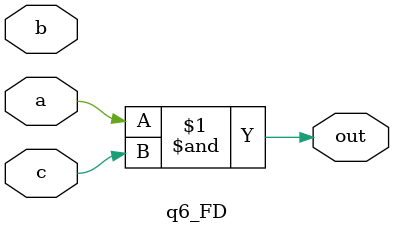
<source format=v>
`timescale 1ns / 1ps
/* /////////////////////////////////////////////////////////////////////////////////

Question: 6
Circuit: FD

Implements circuit:

out = (a&c | b&~c) & c

Correction: Circuit changed to it's logical equivalent: a&c
This avoids the ANDing of c & ~c which causes the static-0 hazard.

Delay only given at NOT gate(s) as that(those) is(are) the only gate(s) that causes(cause) the static-0 hazard.

*/ /////////////////////////////////////////////////////////////////////////////////
module q6_FD(
    input a,
    input b,
    input c,
    output out
    );

	assign out = a&c;

endmodule

</source>
